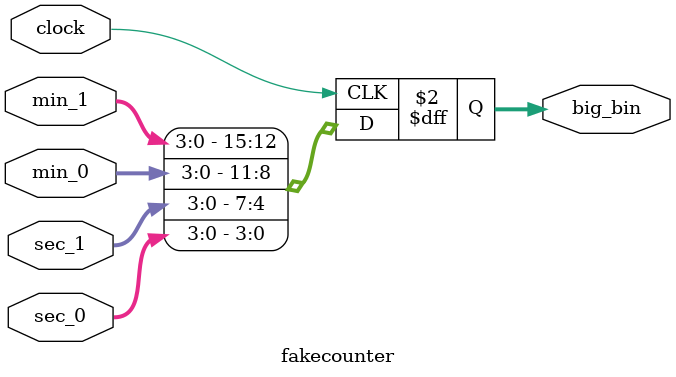
<source format=v>
`timescale 1ns / 1ps

module fakecounter(
	input clock, //same clock as the counter
	input [3:0] min_1, min_0, sec_1, sec_0, //input of the time that the counter is at
	output reg [15:0] big_bin // 16 bit BCD of the minutes and seconds
    );
/////////////////////////////////////////////////////////////////////////////////////
//	 
// Concatenates min_1, min_0, sec_1, sec_0 into one 16 bit BCD value of all 4 numbers
//
/////////////////////////////////////////////////////////////////////////////////////

always @(posedge clock) begin
	big_bin <= {min_1, min_0, sec_1, sec_0};
end

endmodule

</source>
